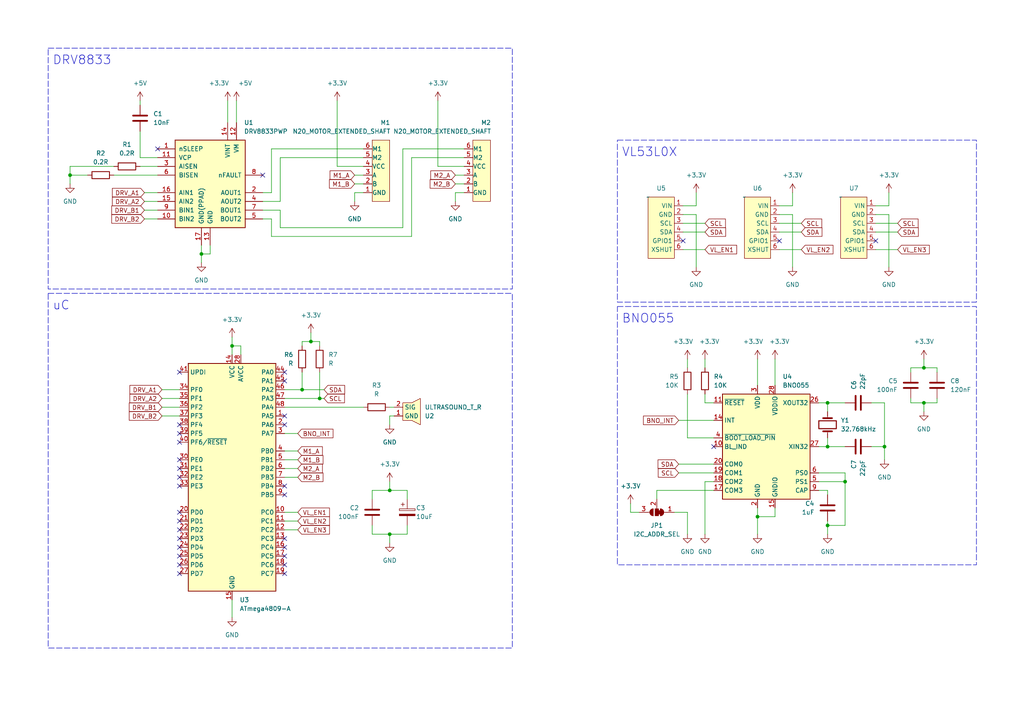
<source format=kicad_sch>
(kicad_sch (version 20230121) (generator eeschema)
  (paper "A4")
  (lib_symbols
    (symbol "Device:C" (pin_numbers hide) (pin_names (offset 0.254))
      (property "Reference" "C" (at 0.635 2.54 0))
      (property "Value" "C" (at 0.635 -2.54 0))
      (symbol "C_0_1"
        (polyline (pts (xy -2.032 -0.762) (xy 2.032 -0.762)) (stroke (width 0.508)))
        (polyline (pts (xy -2.032 0.762) (xy 2.032 0.762)) (stroke (width 0.508)))
      )
      (symbol "C_1_1"
        (pin passive line (at 0 3.81 270) (length 2.794) (name "~") (number "1"))
        (pin passive line (at 0 -3.81 90) (length 2.794) (name "~") (number "2"))
      )
    )
    (symbol "Device:C_Polarized" (pin_numbers hide) (pin_names (offset 0.254))
      (property "Reference" "C" (at 0.635 2.54 0))
      (property "Value" "C_Polarized" (at 0.635 -2.54 0))
      (symbol "C_Polarized_0_1"
        (rectangle (start -2.286 0.508) (end 2.286 1.016))
        (polyline (pts (xy -1.778 2.286) (xy -0.762 2.286)))
        (polyline (pts (xy -1.27 2.794) (xy -1.27 1.778)))
        (rectangle (start 2.286 -0.508) (end -2.286 -1.016) (fill (type outline)))
      )
      (symbol "C_Polarized_1_1"
        (pin passive line (at 0 3.81 270) (length 2.794) (name "~") (number "1"))
        (pin passive line (at 0 -3.81 90) (length 2.794) (name "~") (number "2"))
      )
    )
    (symbol "Device:Crystal" (pin_numbers hide) (pin_names (offset 1.016) hide)
      (property "Reference" "Y" (at 0 3.81 0))
      (property "Value" "Crystal" (at 0 -3.81 0))
      (symbol "Crystal_0_1"
        (rectangle (start -1.143 2.54) (end 1.143 -2.54) (stroke (width 0.3048)))
        (polyline (pts (xy -2.54 0) (xy -1.905 0)))
        (polyline (pts (xy -1.905 -1.27) (xy -1.905 1.27)) (stroke (width 0.508)))
        (polyline (pts (xy 1.905 -1.27) (xy 1.905 1.27)) (stroke (width 0.508)))
        (polyline (pts (xy 2.54 0) (xy 1.905 0)))
      )
      (symbol "Crystal_1_1"
        (pin passive line (at -3.81 0 0) (length 1.27) (name "1") (number "1"))
        (pin passive line (at 3.81 0 180) (length 1.27) (name "2") (number "2"))
      )
    )
    (symbol "Device:R" (pin_numbers hide) (pin_names (offset 0))
      (property "Reference" "R" (at 2.032 0 90))
      (property "Value" "R" (at 0 0 90))
      (symbol "R_0_1"
        (rectangle (start -1.016 -2.54) (end 1.016 2.54) (stroke (width 0.254)))
      )
      (symbol "R_1_1"
        (pin passive line (at 0 3.81 270) (length 1.27) (name "~") (number "1"))
        (pin passive line (at 0 -3.81 90) (length 1.27) (name "~") (number "2"))
      )
    )
    (symbol "Driver_Motor:DRV8833PWP" (pin_names (offset 1.016))
      (property "Reference" "U" (at -3.81 16.51 0))
      (property "Value" "DRV8833PWP" (at -3.81 13.97 0))
      (symbol "DRV8833PWP_0_1"
        (rectangle (start -10.16 12.7) (end 10.16 -12.7) (stroke (width 0.254)) (fill (type background)))
      )
      (symbol "DRV8833PWP_1_1"
        (pin input line (at -15.24 10.16 0) (length 5.08) (name "nSLEEP") (number "1"))
        (pin input line (at -15.24 -10.16 0) (length 5.08) (name "BIN2") (number "10"))
        (pin bidirectional line (at -15.24 7.62 0) (length 5.08) (name "VCP") (number "11"))
        (pin power_in line (at 7.62 17.78 270) (length 5.08) (name "VM") (number "12"))
        (pin power_in line (at 0 -17.78 90) (length 5.08) (name "GND") (number "13"))
        (pin power_in line (at 5.08 17.78 270) (length 5.08) (name "VINT") (number "14"))
        (pin input line (at -15.24 -5.08 0) (length 5.08) (name "AIN2") (number "15"))
        (pin input line (at -15.24 -2.54 0) (length 5.08) (name "AIN1") (number "16"))
        (pin power_in line (at -2.54 -17.78 90) (length 5.08) (name "GND(PPAD)") (number "17"))
        (pin power_out line (at 15.24 -2.54 180) (length 5.08) (name "AOUT1") (number "2"))
        (pin bidirectional line (at -15.24 5.08 0) (length 5.08) (name "AISEN") (number "3"))
        (pin power_out line (at 15.24 -5.08 180) (length 5.08) (name "AOUT2") (number "4"))
        (pin power_out line (at 15.24 -10.16 180) (length 5.08) (name "BOUT2") (number "5"))
        (pin bidirectional line (at -15.24 2.54 0) (length 5.08) (name "BISEN") (number "6"))
        (pin power_out line (at 15.24 -7.62 180) (length 5.08) (name "BOUT1") (number "7"))
        (pin open_collector line (at 15.24 2.54 180) (length 5.08) (name "nFAULT") (number "8"))
        (pin input line (at -15.24 -7.62 0) (length 5.08) (name "BIN1") (number "9"))
      )
    )
    (symbol "Jumper:SolderJumper_3_Bridged12" (pin_names (offset 0) hide)
      (property "Reference" "JP" (at -2.54 -2.54 0))
      (property "Value" "SolderJumper_3_Bridged12" (at 0 2.794 0))
      (symbol "SolderJumper_3_Bridged12_0_1"
        (rectangle (start -1.016 0.508) (end -0.508 -0.508) (fill (type outline)))
        (arc (start -1.016 1.016) (mid -2.0276 0) (end -1.016 -1.016))
        (arc (start -1.016 1.016) (mid -2.0276 0) (end -1.016 -1.016) (fill (type outline)))
        (rectangle (start -0.508 1.016) (end 0.508 -1.016) (fill (type outline)))
        (polyline (pts (xy -2.54 0) (xy -2.032 0)))
        (polyline (pts (xy -1.016 1.016) (xy -1.016 -1.016)))
        (polyline (pts (xy 0 -1.27) (xy 0 -1.016)))
        (polyline (pts (xy 1.016 1.016) (xy 1.016 -1.016)))
        (polyline (pts (xy 2.54 0) (xy 2.032 0)))
        (arc (start 1.016 -1.016) (mid 2.0276 0) (end 1.016 1.016))
        (arc (start 1.016 -1.016) (mid 2.0276 0) (end 1.016 1.016) (fill (type outline)))
      )
      (symbol "SolderJumper_3_Bridged12_1_1"
        (pin passive line (at -5.08 0 0) (length 2.54) (name "A") (number "1"))
        (pin passive line (at 0 -3.81 90) (length 2.54) (name "C") (number "2"))
        (pin passive line (at 5.08 0 180) (length 2.54) (name "B") (number "3"))
      )
    )
    (symbol "MCU_Microchip_ATmega:ATmega4809-A"
      (property "Reference" "U" (at -12.7 34.29 0))
      (property "Value" "ATmega4809-A" (at 2.54 -34.29 0))
      (symbol "ATmega4809-A_0_1"
        (rectangle (start -12.7 -33.02) (end 12.7 33.02) (stroke (width 0.254)) (fill (type background)))
      )
      (symbol "ATmega4809-A_1_1"
        (pin bidirectional line (at 15.24 17.78 180) (length 2.54) (name "PA5") (number "1"))
        (pin bidirectional line (at 15.24 -10.16 180) (length 2.54) (name "PC0") (number "10"))
        (pin bidirectional line (at 15.24 -12.7 180) (length 2.54) (name "PC1") (number "11"))
        (pin bidirectional line (at 15.24 -15.24 180) (length 2.54) (name "PC2") (number "12"))
        (pin bidirectional line (at 15.24 -17.78 180) (length 2.54) (name "PC3") (number "13"))
        (pin power_in line (at 0 35.56 270) (length 2.54) (name "VCC") (number "14"))
        (pin power_in line (at 0 -35.56 90) (length 2.54) (name "GND") (number "15"))
        (pin bidirectional line (at 15.24 -20.32 180) (length 2.54) (name "PC4") (number "16"))
        (pin bidirectional line (at 15.24 -22.86 180) (length 2.54) (name "PC5") (number "17"))
        (pin bidirectional line (at 15.24 -25.4 180) (length 2.54) (name "PC6") (number "18"))
        (pin bidirectional line (at 15.24 -27.94 180) (length 2.54) (name "PC7") (number "19"))
        (pin bidirectional line (at 15.24 15.24 180) (length 2.54) (name "PA6") (number "2"))
        (pin bidirectional line (at -15.24 -10.16 0) (length 2.54) (name "PD0") (number "20"))
        (pin bidirectional line (at -15.24 -12.7 0) (length 2.54) (name "PD1") (number "21"))
        (pin bidirectional line (at -15.24 -15.24 0) (length 2.54) (name "PD2") (number "22"))
        (pin bidirectional line (at -15.24 -17.78 0) (length 2.54) (name "PD3") (number "23"))
        (pin bidirectional line (at -15.24 -20.32 0) (length 2.54) (name "PD4") (number "24"))
        (pin bidirectional line (at -15.24 -22.86 0) (length 2.54) (name "PD5") (number "25"))
        (pin bidirectional line (at -15.24 -25.4 0) (length 2.54) (name "PD6") (number "26"))
        (pin bidirectional line (at -15.24 -27.94 0) (length 2.54) (name "PD7") (number "27"))
        (pin power_in line (at 2.54 35.56 270) (length 2.54) (name "AVCC") (number "28"))
        (pin passive line (at 0 -35.56 90) (length 2.54) hide (name "GND") (number "29"))
        (pin bidirectional line (at 15.24 12.7 180) (length 2.54) (name "PA7") (number "3"))
        (pin bidirectional line (at -15.24 5.08 0) (length 2.54) (name "PE0") (number "30"))
        (pin bidirectional line (at -15.24 2.54 0) (length 2.54) (name "PE1") (number "31"))
        (pin bidirectional line (at -15.24 0 0) (length 2.54) (name "PE2") (number "32"))
        (pin bidirectional line (at -15.24 -2.54 0) (length 2.54) (name "PE3") (number "33"))
        (pin bidirectional line (at -15.24 25.4 0) (length 2.54) (name "PF0") (number "34"))
        (pin bidirectional line (at -15.24 22.86 0) (length 2.54) (name "PF1") (number "35"))
        (pin bidirectional line (at -15.24 20.32 0) (length 2.54) (name "PF2") (number "36"))
        (pin bidirectional line (at -15.24 17.78 0) (length 2.54) (name "PF3") (number "37"))
        (pin bidirectional line (at -15.24 15.24 0) (length 2.54) (name "PF4") (number "38"))
        (pin bidirectional line (at -15.24 12.7 0) (length 2.54) (name "PF5") (number "39"))
        (pin bidirectional line (at 15.24 7.62 180) (length 2.54) (name "PB0") (number "4"))
        (pin bidirectional line (at -15.24 10.16 0) (length 2.54) (name "PF6/~{RESET}") (number "40"))
        (pin bidirectional line (at -15.24 30.48 0) (length 2.54) (name "UPDI") (number "41"))
        (pin passive line (at 0 35.56 270) (length 2.54) hide (name "VCC") (number "42"))
        (pin passive line (at 0 -35.56 90) (length 2.54) hide (name "GND") (number "43"))
        (pin bidirectional line (at 15.24 30.48 180) (length 2.54) (name "PA0") (number "44"))
        (pin bidirectional line (at 15.24 27.94 180) (length 2.54) (name "PA1") (number "45"))
        (pin bidirectional line (at 15.24 25.4 180) (length 2.54) (name "PA2") (number "46"))
        (pin bidirectional line (at 15.24 22.86 180) (length 2.54) (name "PA3") (number "47"))
        (pin bidirectional line (at 15.24 20.32 180) (length 2.54) (name "PA4") (number "48"))
        (pin bidirectional line (at 15.24 5.08 180) (length 2.54) (name "PB1") (number "5"))
        (pin bidirectional line (at 15.24 2.54 180) (length 2.54) (name "PB2") (number "6"))
        (pin bidirectional line (at 15.24 0 180) (length 2.54) (name "PB3") (number "7"))
        (pin bidirectional line (at 15.24 -2.54 180) (length 2.54) (name "PB4") (number "8"))
        (pin bidirectional line (at 15.24 -5.08 180) (length 2.54) (name "PB5") (number "9"))
      )
    )
    (symbol "Sensor_Motion:BNO055"
      (property "Reference" "U" (at -11.43 16.51 0))
      (property "Value" "BNO055" (at 12.7 16.51 0))
      (symbol "BNO055_0_1"
        (rectangle (start -12.7 15.24) (end 12.7 -15.24) (stroke (width 0.254)) (fill (type background)))
      )
      (symbol "BNO055_1_1"
        (pin no_connect line (at -12.7 10.16 0) (length 2.54) hide (name "PIN1") (number "1"))
        (pin output line (at -15.24 0 0) (length 2.54) (name "BL_IND") (number "10"))
        (pin input line (at -15.24 12.7 0) (length 2.54) (name "~{RESET}") (number "11"))
        (pin no_connect line (at 12.7 10.16 180) (length 2.54) hide (name "PIN12") (number "12"))
        (pin no_connect line (at 12.7 7.62 180) (length 2.54) hide (name "PIN13") (number "13"))
        (pin output line (at -15.24 7.62 0) (length 2.54) (name "INT") (number "14"))
        (pin power_in line (at 2.54 -17.78 90) (length 2.54) (name "GNDIO") (number "15"))
        (pin passive line (at 2.54 -17.78 90) (length 2.54) hide (name "GNDIO") (number "16"))
        (pin input line (at -15.24 -12.7 0) (length 2.54) (name "COM3") (number "17"))
        (pin passive line (at -15.24 -10.16 0) (length 2.54) (name "COM2") (number "18"))
        (pin bidirectional line (at -15.24 -7.62 0) (length 2.54) (name "COM1") (number "19"))
        (pin power_in line (at -2.54 -17.78 90) (length 2.54) (name "GND") (number "2"))
        (pin bidirectional line (at -15.24 -5.08 0) (length 2.54) (name "COM0") (number "20"))
        (pin no_connect line (at 12.7 5.08 180) (length 2.54) hide (name "PIN21") (number "21"))
        (pin no_connect line (at 12.7 2.54 180) (length 2.54) hide (name "PIN22") (number "22"))
        (pin no_connect line (at 12.7 -2.54 180) (length 2.54) hide (name "PIN23") (number "23"))
        (pin no_connect line (at 12.7 -5.08 180) (length 2.54) hide (name "PIN24") (number "24"))
        (pin passive line (at 2.54 -17.78 90) (length 2.54) hide (name "GNDIO") (number "25"))
        (pin output line (at 15.24 12.7 180) (length 2.54) (name "XOUT32") (number "26"))
        (pin input line (at 15.24 0 180) (length 2.54) (name "XIN32") (number "27"))
        (pin power_in line (at 2.54 17.78 270) (length 2.54) (name "VDDIO") (number "28"))
        (pin power_in line (at -2.54 17.78 270) (length 2.54) (name "VDD") (number "3"))
        (pin input line (at -15.24 2.54 0) (length 2.54) (name "~{BOOT_LOAD_PIN}") (number "4"))
        (pin input line (at 15.24 -10.16 180) (length 2.54) (name "PS1") (number "5"))
        (pin input line (at 15.24 -7.62 180) (length 2.54) (name "PS0") (number "6"))
        (pin no_connect line (at -12.7 5.08 0) (length 2.54) hide (name "PIN7") (number "7"))
        (pin no_connect line (at -12.7 -2.54 0) (length 2.54) hide (name "PIN8") (number "8"))
        (pin passive line (at 15.24 -12.7 180) (length 2.54) (name "CAP") (number "9"))
      )
    )
    (symbol "pololu:N20_MOTOR_EXTENDED_SHAFT" (pin_names (offset 0.002))
      (property "Reference" "M" (at 2.54 -19.05 0))
      (property "Value" "N20_MOTOR_EXTENDED_SHAFT" (at 13.97 1.27 0))
      (symbol "N20_MOTOR_EXTENDED_SHAFT_0_1"
        (rectangle (start 0 0) (end 5.08 -17.78) (fill (type background)))
      )
      (symbol "N20_MOTOR_EXTENDED_SHAFT_1_1"
        (pin power_in line (at 7.62 -15.24 180) (length 2.54) (name "GND") (number "1"))
        (pin output line (at 7.62 -12.7 180) (length 2.54) (name "B") (number "2"))
        (pin output line (at 7.62 -10.16 180) (length 2.54) (name "A") (number "3"))
        (pin power_in line (at 7.62 -7.62 180) (length 2.54) (name "VCC") (number "4"))
        (pin input line (at 7.62 -5.08 180) (length 2.54) (name "M2") (number "5"))
        (pin input line (at 7.62 -2.54 180) (length 2.54) (name "M1") (number "6"))
      )
    )
    (symbol "pololu:ULTRASOUND_T_R"
      (property "Reference" "U" (at 8.89 -3.81 0))
      (property "Value" "ULTRASOUND_T_R" (at 0 1.27 0))
      (symbol "ULTRASOUND_T_R_1_1"
        (polyline (pts (xy 2.54 -1.27) (xy 2.54 -6.35) (xy 5.08 -6.35) (xy 7.62 -7.62) (xy 7.62 0) (xy 5.08 -1.27) (xy 2.54 -1.27)) (fill (type background)))
        (pin power_in line (at 0 -2.54 0) (length 2.54) (name "GND") (number "1"))
        (pin input line (at 0 -5.08 0) (length 2.54) (name "SIG") (number "2"))
      )
    )
    (symbol "pololu:VL53L0X"
      (property "Reference" "U" (at 1.27 1.27 0))
      (symbol "VL53L0X_1_1"
        (rectangle (start 0 0) (end 7.62 -17.78) (fill (type background)))
        (pin power_in line (at 10.16 -2.54 180) (length 2.54) (name "VIN") (number "1"))
        (pin power_in line (at 10.16 -5.08 180) (length 2.54) (name "GND") (number "2"))
        (pin input line (at 10.16 -7.62 180) (length 2.54) (name "SCL") (number "3"))
        (pin bidirectional line (at 10.16 -10.16 180) (length 2.54) (name "SDA") (number "4"))
        (pin output line (at 10.16 -12.7 180) (length 2.54) (name "GPIO1") (number "5"))
        (pin input line (at 10.16 -15.24 180) (length 2.54) (name "XSHUT") (number "6"))
      )
    )
    (symbol "power:+3.3V" (power) (pin_names (offset 0))
      (property "Value" "+3.3V" (at 0 3.556 0))
      (symbol "+3.3V_0_1"
        (polyline (pts (xy -0.762 1.27) (xy 0 2.54)))
        (polyline (pts (xy 0 0) (xy 0 2.54)))
        (polyline (pts (xy 0 2.54) (xy 0.762 1.27)))
      )
      (symbol "+3.3V_1_1"
        (pin power_in line (at 0 0 90) (length 0) hide (name "+3.3V") (number "1"))
      )
    )
    (symbol "power:+5V" (power) (pin_names (offset 0))
      (property "Value" "+5V" (at 0 3.556 0))
      (symbol "+5V_0_1"
        (polyline (pts (xy -0.762 1.27) (xy 0 2.54)))
        (polyline (pts (xy 0 0) (xy 0 2.54)))
        (polyline (pts (xy 0 2.54) (xy 0.762 1.27)))
      )
      (symbol "+5V_1_1"
        (pin power_in line (at 0 0 90) (length 0) hide (name "+5V") (number "1"))
      )
    )
    (symbol "power:GND" (power) (pin_names (offset 0))
      (property "Value" "GND" (at 0 -3.81 0))
      (symbol "GND_0_1"
        (polyline (pts (xy 0 0) (xy 0 -1.27) (xy 1.27 -1.27) (xy 0 -2.54) (xy -1.27 -1.27) (xy 0 -1.27)))
      )
      (symbol "GND_1_1"
        (pin power_in line (at 0 0 270) (length 0) hide (name "GND") (number "1"))
      )
    )
  )
  (junction (at 267.97 116.84))
  (junction (at 245.11 139.7))
  (junction (at 219.71 149.86))
  (junction (at 90.17 99.06))
  (junction (at 240.03 152.4))
  (junction (at 58.42 73.66))
  (junction (at 113.03 154.94))
  (junction (at 113.03 142.24))
  (junction (at 87.63 113.03))
  (junction (at 92.71 115.57))
  (junction (at 240.03 129.54))
  (junction (at 67.31 100.33))
  (junction (at 267.97 106.68))
  (junction (at 20.32 50.8))
  (junction (at 240.03 116.84))
  (junction (at 256.54 129.54))
  (no_connect (at 226.06 69.85))
  (no_connect (at 82.55 140.97))
  (no_connect (at 52.07 128.27))
  (no_connect (at 52.07 135.89))
  (no_connect (at 76.2 50.8))
  (no_connect (at 52.07 125.73))
  (no_connect (at 52.07 153.67))
  (no_connect (at 52.07 163.83))
  (no_connect (at 52.07 151.13))
  (no_connect (at 207.01 129.54))
  (no_connect (at 52.07 161.29))
  (no_connect (at 198.12 69.85))
  (no_connect (at 82.55 156.21))
  (no_connect (at 52.07 138.43))
  (no_connect (at 82.55 143.51))
  (no_connect (at 52.07 158.75))
  (no_connect (at 52.07 107.95))
  (no_connect (at 52.07 148.59))
  (no_connect (at 82.55 161.29))
  (no_connect (at 82.55 120.65))
  (no_connect (at 52.07 123.19))
  (no_connect (at 52.07 133.35))
  (no_connect (at 254 69.85))
  (no_connect (at 82.55 166.37))
  (no_connect (at 82.55 123.19))
  (no_connect (at 45.72 43.18))
  (no_connect (at 52.07 166.37))
  (no_connect (at 52.07 156.21))
  (no_connect (at 82.55 107.95))
  (no_connect (at 82.55 158.75))
  (no_connect (at 82.55 110.49))
  (no_connect (at 52.07 140.97))
  (no_connect (at 82.55 163.83))
  (wire (pts (xy 254 64.77) (xy 260.35 64.77)))
  (wire (pts (xy 82.55 153.67) (xy 86.36 153.67)))
  (wire (pts (xy 76.2 63.5) (xy 78.74 63.5)))
  (wire (pts (xy 60.96 71.12) (xy 60.96 73.66)))
  (wire (pts (xy 207.01 142.24) (xy 190.5 142.24)))
  (wire (pts (xy 245.11 137.16) (xy 245.11 139.7)))
  (wire (pts (xy 264.16 106.68) (xy 264.16 107.95)))
  (wire (pts (xy 267.97 106.68) (xy 264.16 106.68)))
  (wire (pts (xy 198.12 67.31) (xy 204.47 67.31)))
  (wire (pts (xy 105.41 55.88) (xy 102.87 55.88)))
  (wire (pts (xy 132.08 58.42) (xy 132.08 55.88)))
  (wire (pts (xy 264.16 116.84) (xy 264.16 115.57)))
  (wire (pts (xy 92.71 115.57) (xy 93.98 115.57)))
  (wire (pts (xy 33.02 48.26) (xy 20.32 48.26)))
  (wire (pts (xy 81.28 58.42) (xy 81.28 45.72)))
  (wire (pts (xy 199.39 127) (xy 199.39 114.3)))
  (wire (pts (xy 82.55 125.73) (xy 86.36 125.73)))
  (wire (pts (xy 118.11 152.4) (xy 118.11 154.94)))
  (wire (pts (xy 134.62 48.26) (xy 127 48.26)))
  (wire (pts (xy 219.71 149.86) (xy 219.71 154.94)))
  (wire (pts (xy 67.31 100.33) (xy 69.85 100.33)))
  (wire (pts (xy 116.84 66.04) (xy 116.84 43.18)))
  (wire (pts (xy 113.03 120.65) (xy 114.3 120.65)))
  (wire (pts (xy 92.71 107.95) (xy 92.71 115.57)))
  (wire (pts (xy 190.5 142.24) (xy 190.5 144.78)))
  (wire (pts (xy 46.99 115.57) (xy 52.07 115.57)))
  (wire (pts (xy 201.93 59.69) (xy 201.93 55.88)))
  (wire (pts (xy 224.79 104.14) (xy 224.79 111.76)))
  (wire (pts (xy 134.62 55.88) (xy 132.08 55.88)))
  (wire (pts (xy 267.97 116.84) (xy 267.97 119.38)))
  (wire (pts (xy 119.38 45.72) (xy 134.62 45.72)))
  (wire (pts (xy 20.32 50.8) (xy 20.32 53.34)))
  (wire (pts (xy 229.87 62.23) (xy 229.87 77.47)))
  (wire (pts (xy 204.47 104.14) (xy 204.47 106.68)))
  (wire (pts (xy 207.01 127) (xy 199.39 127)))
  (wire (pts (xy 224.79 147.32) (xy 224.79 149.86)))
  (wire (pts (xy 237.49 139.7) (xy 245.11 139.7)))
  (wire (pts (xy 252.73 116.84) (xy 256.54 116.84)))
  (wire (pts (xy 107.95 142.24) (xy 113.03 142.24)))
  (wire (pts (xy 132.08 53.34) (xy 134.62 53.34)))
  (wire (pts (xy 196.85 121.92) (xy 207.01 121.92)))
  (wire (pts (xy 267.97 106.68) (xy 271.78 106.68)))
  (wire (pts (xy 81.28 45.72) (xy 105.41 45.72)))
  (wire (pts (xy 87.63 113.03) (xy 93.98 113.03)))
  (wire (pts (xy 198.12 59.69) (xy 201.93 59.69)))
  (wire (pts (xy 196.85 134.62) (xy 207.01 134.62)))
  (wire (pts (xy 67.31 173.99) (xy 67.31 179.07)))
  (wire (pts (xy 67.31 97.79) (xy 67.31 100.33)))
  (wire (pts (xy 198.12 64.77) (xy 204.47 64.77)))
  (wire (pts (xy 41.91 60.96) (xy 45.72 60.96)))
  (wire (pts (xy 58.42 73.66) (xy 60.96 73.66)))
  (wire (pts (xy 97.79 29.21) (xy 97.79 48.26)))
  (wire (pts (xy 87.63 99.06) (xy 87.63 100.33)))
  (wire (pts (xy 118.11 142.24) (xy 113.03 142.24)))
  (wire (pts (xy 226.06 72.39) (xy 232.41 72.39)))
  (wire (pts (xy 87.63 107.95) (xy 87.63 113.03)))
  (wire (pts (xy 78.74 63.5) (xy 78.74 68.58)))
  (wire (pts (xy 219.71 104.14) (xy 219.71 111.76)))
  (wire (pts (xy 118.11 144.78) (xy 118.11 142.24)))
  (wire (pts (xy 199.39 148.59) (xy 199.39 154.94)))
  (wire (pts (xy 81.28 58.42) (xy 76.2 58.42)))
  (wire (pts (xy 58.42 73.66) (xy 58.42 76.2)))
  (wire (pts (xy 240.03 152.4) (xy 240.03 154.94)))
  (wire (pts (xy 256.54 129.54) (xy 252.73 129.54)))
  (wire (pts (xy 66.04 29.21) (xy 66.04 35.56)))
  (wire (pts (xy 33.02 50.8) (xy 45.72 50.8)))
  (wire (pts (xy 207.01 139.7) (xy 204.47 139.7)))
  (wire (pts (xy 204.47 139.7) (xy 204.47 154.94)))
  (wire (pts (xy 267.97 116.84) (xy 264.16 116.84)))
  (wire (pts (xy 102.87 58.42) (xy 102.87 55.88)))
  (wire (pts (xy 271.78 107.95) (xy 271.78 106.68)))
  (wire (pts (xy 113.03 123.19) (xy 113.03 120.65)))
  (wire (pts (xy 82.55 138.43) (xy 86.36 138.43)))
  (wire (pts (xy 82.55 133.35) (xy 86.36 133.35)))
  (wire (pts (xy 92.71 100.33) (xy 92.71 99.06)))
  (wire (pts (xy 113.03 154.94) (xy 113.03 157.48)))
  (wire (pts (xy 78.74 68.58) (xy 119.38 68.58)))
  (wire (pts (xy 107.95 152.4) (xy 107.95 154.94)))
  (wire (pts (xy 257.81 62.23) (xy 257.81 77.47)))
  (wire (pts (xy 240.03 116.84) (xy 240.03 119.38)))
  (wire (pts (xy 68.58 29.21) (xy 68.58 35.56)))
  (wire (pts (xy 254 72.39) (xy 260.35 72.39)))
  (wire (pts (xy 245.11 152.4) (xy 240.03 152.4)))
  (wire (pts (xy 41.91 55.88) (xy 45.72 55.88)))
  (wire (pts (xy 40.64 45.72) (xy 45.72 45.72)))
  (wire (pts (xy 199.39 104.14) (xy 199.39 106.68)))
  (wire (pts (xy 226.06 62.23) (xy 229.87 62.23)))
  (wire (pts (xy 20.32 48.26) (xy 20.32 50.8)))
  (wire (pts (xy 82.55 130.81) (xy 86.36 130.81)))
  (wire (pts (xy 81.28 60.96) (xy 81.28 66.04)))
  (wire (pts (xy 102.87 50.8) (xy 105.41 50.8)))
  (wire (pts (xy 196.85 137.16) (xy 207.01 137.16)))
  (wire (pts (xy 237.49 142.24) (xy 240.03 142.24)))
  (wire (pts (xy 240.03 116.84) (xy 245.11 116.84)))
  (wire (pts (xy 107.95 154.94) (xy 113.03 154.94)))
  (wire (pts (xy 41.91 58.42) (xy 45.72 58.42)))
  (wire (pts (xy 240.03 129.54) (xy 245.11 129.54)))
  (wire (pts (xy 240.03 151.13) (xy 240.03 152.4)))
  (wire (pts (xy 102.87 53.34) (xy 105.41 53.34)))
  (wire (pts (xy 195.58 148.59) (xy 199.39 148.59)))
  (wire (pts (xy 90.17 99.06) (xy 92.71 99.06)))
  (wire (pts (xy 257.81 59.69) (xy 257.81 55.88)))
  (wire (pts (xy 90.17 99.06) (xy 87.63 99.06)))
  (wire (pts (xy 182.88 148.59) (xy 182.88 146.05)))
  (wire (pts (xy 41.91 63.5) (xy 45.72 63.5)))
  (wire (pts (xy 107.95 144.78) (xy 107.95 142.24)))
  (wire (pts (xy 198.12 62.23) (xy 201.93 62.23)))
  (wire (pts (xy 237.49 129.54) (xy 240.03 129.54)))
  (wire (pts (xy 78.74 43.18) (xy 78.74 55.88)))
  (wire (pts (xy 267.97 104.14) (xy 267.97 106.68)))
  (wire (pts (xy 219.71 147.32) (xy 219.71 149.86)))
  (wire (pts (xy 182.88 148.59) (xy 185.42 148.59)))
  (wire (pts (xy 256.54 116.84) (xy 256.54 129.54)))
  (wire (pts (xy 254 62.23) (xy 257.81 62.23)))
  (wire (pts (xy 82.55 148.59) (xy 86.36 148.59)))
  (wire (pts (xy 254 59.69) (xy 257.81 59.69)))
  (wire (pts (xy 40.64 38.1) (xy 40.64 45.72)))
  (wire (pts (xy 226.06 59.69) (xy 229.87 59.69)))
  (wire (pts (xy 76.2 60.96) (xy 81.28 60.96)))
  (wire (pts (xy 198.12 72.39) (xy 204.47 72.39)))
  (wire (pts (xy 105.41 48.26) (xy 97.79 48.26)))
  (wire (pts (xy 201.93 62.23) (xy 201.93 77.47)))
  (wire (pts (xy 67.31 100.33) (xy 67.31 102.87)))
  (wire (pts (xy 204.47 114.3) (xy 204.47 116.84)))
  (wire (pts (xy 20.32 50.8) (xy 25.4 50.8)))
  (wire (pts (xy 240.03 142.24) (xy 240.03 143.51)))
  (wire (pts (xy 267.97 116.84) (xy 271.78 116.84)))
  (wire (pts (xy 46.99 118.11) (xy 52.07 118.11)))
  (wire (pts (xy 224.79 149.86) (xy 219.71 149.86)))
  (wire (pts (xy 82.55 115.57) (xy 92.71 115.57)))
  (wire (pts (xy 237.49 137.16) (xy 245.11 137.16)))
  (wire (pts (xy 254 67.31) (xy 260.35 67.31)))
  (wire (pts (xy 81.28 66.04) (xy 116.84 66.04)))
  (wire (pts (xy 204.47 116.84) (xy 207.01 116.84)))
  (wire (pts (xy 226.06 64.77) (xy 232.41 64.77)))
  (wire (pts (xy 40.64 48.26) (xy 45.72 48.26)))
  (wire (pts (xy 40.64 29.21) (xy 40.64 30.48)))
  (wire (pts (xy 118.11 154.94) (xy 113.03 154.94)))
  (wire (pts (xy 82.55 113.03) (xy 87.63 113.03)))
  (wire (pts (xy 229.87 59.69) (xy 229.87 55.88)))
  (wire (pts (xy 132.08 50.8) (xy 134.62 50.8)))
  (wire (pts (xy 90.17 96.52) (xy 90.17 99.06)))
  (wire (pts (xy 256.54 129.54) (xy 256.54 133.35)))
  (wire (pts (xy 116.84 43.18) (xy 134.62 43.18)))
  (wire (pts (xy 46.99 120.65) (xy 52.07 120.65)))
  (wire (pts (xy 46.99 113.03) (xy 52.07 113.03)))
  (wire (pts (xy 78.74 55.88) (xy 76.2 55.88)))
  (wire (pts (xy 58.42 71.12) (xy 58.42 73.66)))
  (wire (pts (xy 237.49 116.84) (xy 240.03 116.84)))
  (wire (pts (xy 245.11 139.7) (xy 245.11 152.4)))
  (wire (pts (xy 78.74 43.18) (xy 105.41 43.18)))
  (wire (pts (xy 113.03 118.11) (xy 114.3 118.11)))
  (wire (pts (xy 69.85 102.87) (xy 69.85 100.33)))
  (wire (pts (xy 226.06 67.31) (xy 232.41 67.31)))
  (wire (pts (xy 82.55 135.89) (xy 86.36 135.89)))
  (wire (pts (xy 82.55 151.13) (xy 86.36 151.13)))
  (wire (pts (xy 271.78 115.57) (xy 271.78 116.84)))
  (wire (pts (xy 119.38 68.58) (xy 119.38 45.72)))
  (wire (pts (xy 240.03 129.54) (xy 240.03 127)))
  (wire (pts (xy 127 29.21) (xy 127 48.26)))
  (wire (pts (xy 113.03 142.24) (xy 113.03 139.7)))
  (wire (pts (xy 82.55 118.11) (xy 105.41 118.11)))
  (rectangle (start 13.97 85.09) (end 148.59 187.96) (stroke (width 0) (type dash)))
  (rectangle (start 179.07 88.9) (end 283.21 163.83) (stroke (width 0) (type dash)))
  (rectangle (start 13.97 13.97) (end 148.59 83.82) (stroke (width 0) (type dash)))
  (rectangle (start 179.07 40.64) (end 283.21 87.63) (stroke (width 0) (type dash)))
  (text "DRV8833" (at 15.24 19.05 0) (effects (font (size 2.54 2.54)) (justify left bottom)))
  (text "VL53L0X" (at 180.34 45.72 0) (effects (font (size 2.54 2.54)) (justify left bottom)))
  (text "BNO055" (at 180.34 93.98 0) (effects (font (size 2.54 2.54)) (justify left bottom)))
  (text "uC" (at 15.24 90.17 0) (effects (font (size 2.54 2.54)) (justify left bottom)))
  (global_label "DRV_A2" (shape input) (at 46.99 115.57 180) (property "Intersheetrefs" "${INTERSHEET_REFS}" (effects hide)))
  (global_label "DRV_B1" (shape input) (at 41.91 60.96 180) (property "Intersheetrefs" "${INTERSHEET_REFS}" (effects hide)))
  (global_label "DRV_B2" (shape input) (at 46.99 120.65 180) (property "Intersheetrefs" "${INTERSHEET_REFS}" (effects hide)))
  (global_label "VL_EN3" (shape input) (at 86.36 153.67 0) (property "Intersheetrefs" "${INTERSHEET_REFS}" (effects hide)))
  (global_label "M1_B" (shape input) (at 102.87 53.34 180) (property "Intersheetrefs" "${INTERSHEET_REFS}" (effects hide)))
  (global_label "SCL" (shape input) (at 196.85 137.16 180) (property "Intersheetrefs" "${INTERSHEET_REFS}" (effects hide)))
  (global_label "VL_EN2" (shape input) (at 86.36 151.13 0) (property "Intersheetrefs" "${INTERSHEET_REFS}" (effects hide)))
  (global_label "M2_A" (shape input) (at 86.36 135.89 0) (property "Intersheetrefs" "${INTERSHEET_REFS}" (effects hide)))
  (global_label "M2_B" (shape input) (at 86.36 138.43 0) (property "Intersheetrefs" "${INTERSHEET_REFS}" (effects hide)))
  (global_label "SCL" (shape input) (at 93.98 115.57 0) (property "Intersheetrefs" "${INTERSHEET_REFS}" (effects hide)))
  (global_label "M2_B" (shape input) (at 132.08 53.34 180) (property "Intersheetrefs" "${INTERSHEET_REFS}" (effects hide)))
  (global_label "VL_EN3" (shape input) (at 260.35 72.39 0) (property "Intersheetrefs" "${INTERSHEET_REFS}" (effects hide)))
  (global_label "VL_EN1" (shape input) (at 86.36 148.59 0) (property "Intersheetrefs" "${INTERSHEET_REFS}" (effects hide)))
  (global_label "SDA" (shape input) (at 204.47 67.31 0) (property "Intersheetrefs" "${INTERSHEET_REFS}" (effects hide)))
  (global_label "SDA" (shape input) (at 93.98 113.03 0) (property "Intersheetrefs" "${INTERSHEET_REFS}" (effects hide)))
  (global_label "M1_B" (shape input) (at 86.36 133.35 0) (property "Intersheetrefs" "${INTERSHEET_REFS}" (effects hide)))
  (global_label "SCL" (shape input) (at 260.35 64.77 0) (property "Intersheetrefs" "${INTERSHEET_REFS}" (effects hide)))
  (global_label "BNO_INT" (shape input) (at 196.85 121.92 180) (property "Intersheetrefs" "${INTERSHEET_REFS}" (effects hide)))
  (global_label "VL_EN2" (shape input) (at 232.41 72.39 0) (property "Intersheetrefs" "${INTERSHEET_REFS}" (effects hide)))
  (global_label "M1_A" (shape input) (at 102.87 50.8 180) (property "Intersheetrefs" "${INTERSHEET_REFS}" (effects hide)))
  (global_label "DRV_B1" (shape input) (at 46.99 118.11 180) (property "Intersheetrefs" "${INTERSHEET_REFS}" (effects hide)))
  (global_label "DRV_A1" (shape input) (at 41.91 55.88 180) (property "Intersheetrefs" "${INTERSHEET_REFS}" (effects hide)))
  (global_label "M2_A" (shape input) (at 132.08 50.8 180) (property "Intersheetrefs" "${INTERSHEET_REFS}" (effects hide)))
  (global_label "DRV_A2" (shape input) (at 41.91 58.42 180) (property "Intersheetrefs" "${INTERSHEET_REFS}" (effects hide)))
  (global_label "SCL" (shape input) (at 204.47 64.77 0) (property "Intersheetrefs" "${INTERSHEET_REFS}" (effects hide)))
  (global_label "SDA" (shape input) (at 232.41 67.31 0) (property "Intersheetrefs" "${INTERSHEET_REFS}" (effects hide)))
  (global_label "VL_EN1" (shape input) (at 204.47 72.39 0) (property "Intersheetrefs" "${INTERSHEET_REFS}" (effects hide)))
  (global_label "SDA" (shape input) (at 196.85 134.62 180) (property "Intersheetrefs" "${INTERSHEET_REFS}" (effects hide)))
  (global_label "SDA" (shape input) (at 260.35 67.31 0) (property "Intersheetrefs" "${INTERSHEET_REFS}" (effects hide)))
  (global_label "SCL" (shape input) (at 232.41 64.77 0) (property "Intersheetrefs" "${INTERSHEET_REFS}" (effects hide)))
  (global_label "M1_A" (shape input) (at 86.36 130.81 0) (property "Intersheetrefs" "${INTERSHEET_REFS}" (effects hide)))
  (global_label "DRV_A1" (shape input) (at 46.99 113.03 180) (property "Intersheetrefs" "${INTERSHEET_REFS}" (effects hide)))
  (global_label "BNO_INT" (shape input) (at 86.36 125.73 0) (property "Intersheetrefs" "${INTERSHEET_REFS}" (effects hide)))
  (global_label "DRV_B2" (shape input) (at 41.91 63.5 180) (property "Intersheetrefs" "${INTERSHEET_REFS}" (effects hide)))
  (symbol (lib_id "power:+3.3V") (at 113.03 139.7 0) (unit 1)
    (property "Reference" "#PWR023" (effects hide))
    (property "Value" "+3.3V" (at 113.03 134.62 0))
  )
  (symbol (lib_id "power:+3.3V") (at 199.39 104.14 0) (unit 1)
    (property "Reference" "#PWR013" (effects hide))
    (property "Value" "+3.3V" (at 198.12 99.06 0))
  )
  (symbol (lib_id "Device:C") (at 248.92 129.54 90) (mirror x) (unit 1)
    (property "Reference" "C7" (at 247.65 133.35 0) (effects (justify left)))
    (property "Value" "22pF" (at 250.19 133.35 0) (effects (justify left)))
    (property "Footprint" "Capacitor_SMD:C_0805_2012Metric" (effects hide))
  )
  (symbol (lib_id "power:GND") (at 67.31 179.07 0) (mirror y) (unit 1)
    (property "Reference" "#PWR07" (effects hide))
    (property "Value" "GND" (at 67.31 184.15 0))
  )
  (symbol (lib_id "power:GND") (at 199.39 154.94 0) (mirror y) (unit 1)
    (property "Reference" "#PWR017" (effects hide))
    (property "Value" "GND" (at 199.39 160.02 0))
  )
  (symbol (lib_id "power:+3.3V") (at 90.17 96.52 0) (unit 1)
    (property "Reference" "#PWR010" (effects hide))
    (property "Value" "+3.3V" (at 90.17 91.44 0))
  )
  (symbol (lib_id "Device:C") (at 271.78 111.76 0) (unit 1)
    (property "Reference" "C8" (at 275.59 110.49 0) (effects (justify left)))
    (property "Value" "120nF" (at 275.59 113.03 0) (effects (justify left)))
    (property "Footprint" "Capacitor_SMD:C_0805_2012Metric" (effects hide))
  )
  (symbol (lib_id "power:+3.3V") (at 229.87 55.88 0) (unit 1)
    (property "Reference" "#PWR026" (effects hide))
    (property "Value" "+3.3V" (at 229.87 50.8 0))
  )
  (symbol (lib_id "Device:R") (at 204.47 110.49 180) (unit 1)
    (property "Reference" "R4" (at 207.01 109.22 0) (effects (justify right)))
    (property "Value" "10K" (at 207.01 111.76 0) (effects (justify right)))
    (property "Footprint" "Resistor_SMD:R_0805_2012Metric" (effects hide))
  )
  (symbol (lib_id "Driver_Motor:DRV8833PWP") (at 60.96 53.34 0) (unit 1)
    (property "Reference" "U1" (at 70.7741 35.56 0) (effects (justify left)))
    (property "Value" "DRV8833PWP" (at 70.7741 38.1 0) (effects (justify left)))
    (property "Footprint" "Package_SO:HTSSOP-16-1EP_4.4x5mm_P0.65mm_EP3.4x5mm_Mask2.46x2.31mm_ThermalVias" (effects hide))
    (property "Datasheet" "http://www.ti.com/lit/ds/symlink/drv8833.pdf" (effects hide))
  )
  (symbol (lib_id "power:GND") (at 256.54 133.35 0) (mirror y) (unit 1)
    (property "Reference" "#PWR022" (effects hide))
    (property "Value" "GND" (at 256.54 138.43 0))
  )
  (symbol (lib_id "power:+3.3V") (at 127 29.21 0) (unit 1)
    (property "Reference" "#PWR02" (effects hide))
    (property "Value" "+3.3V" (at 127 24.13 0))
  )
  (symbol (lib_id "power:GND") (at 132.08 58.42 0) (mirror y) (unit 1)
    (property "Reference" "#PWR01" (effects hide))
    (property "Value" "GND" (at 132.08 63.5 0))
  )
  (symbol (lib_id "power:+3.3V") (at 224.79 104.14 0) (unit 1)
    (property "Reference" "#PWR018" (effects hide))
    (property "Value" "+3.3V" (at 226.06 99.06 0))
  )
  (symbol (lib_id "power:GND") (at 20.32 53.34 0) (mirror y) (unit 1)
    (property "Reference" "#PWR06" (effects hide))
    (property "Value" "GND" (at 20.32 58.42 0))
  )
  (symbol (lib_id "power:GND") (at 257.81 77.47 0) (mirror y) (unit 1)
    (property "Reference" "#PWR030" (effects hide))
    (property "Value" "GND" (at 257.81 82.55 0))
  )
  (symbol (lib_id "power:GND") (at 201.93 77.47 0) (mirror y) (unit 1)
    (property "Reference" "#PWR028" (effects hide))
    (property "Value" "GND" (at 201.93 82.55 0))
  )
  (symbol (lib_id "Device:C") (at 240.03 147.32 0) (mirror y) (unit 1)
    (property "Reference" "C4" (at 236.22 146.05 0) (effects (justify left)))
    (property "Value" "1uF" (at 236.22 148.59 0) (effects (justify left)))
    (property "Footprint" "Capacitor_SMD:C_0805_2012Metric" (effects hide))
  )
  (symbol (lib_id "Device:R") (at 36.83 48.26 90) (unit 1)
    (property "Reference" "R1" (at 36.83 41.91 90))
    (property "Value" "0.2R" (at 36.83 44.45 90))
    (property "Footprint" "Resistor_SMD:R_0805_2012Metric" (effects hide))
  )
  (symbol (lib_id "power:+5V") (at 40.64 29.21 0) (unit 1)
    (property "Reference" "#PWR05" (effects hide))
    (property "Value" "+5V" (at 40.64 24.13 0))
  )
  (symbol (lib_id "Device:Crystal") (at 240.03 123.19 90) (unit 1)
    (property "Reference" "Y1" (at 243.84 121.92 90) (effects (justify right)))
    (property "Value" "32.768kHz" (at 243.84 124.46 90) (effects (justify right)))
    (property "Footprint" "Crystal:Crystal_SMD_MicroCrystal_CM9V-T1A-2Pin_1.6x1.0mm" (effects hide))
  )
  (symbol (lib_id "pololu:ULTRASOUND_T_R") (at 114.3 123.19 0) (mirror x) (unit 1)
    (property "Reference" "U2" (at 123.19 120.65 0) (effects (justify left)))
    (property "Value" "ULTRASOUND_T_R" (at 123.19 118.11 0) (effects (justify left)))
    (property "Footprint" "pololu:ULTRASOUND_T_R" (effects hide))
  )
  (symbol (lib_id "Device:C") (at 40.64 34.29 0) (unit 1)
    (property "Reference" "C1" (at 44.45 33.02 0) (effects (justify left)))
    (property "Value" "10nF" (at 44.45 35.56 0) (effects (justify left)))
    (property "Footprint" "Capacitor_SMD:C_0805_2012Metric" (effects hide))
  )
  (symbol (lib_id "power:+3.3V") (at 97.79 29.21 0) (unit 1)
    (property "Reference" "#PWR032" (effects hide))
    (property "Value" "+3.3V" (at 97.79 24.13 0))
  )
  (symbol (lib_id "power:GND") (at 240.03 154.94 0) (mirror y) (unit 1)
    (property "Reference" "#PWR012" (effects hide))
    (property "Value" "GND" (at 240.03 160.02 0))
  )
  (symbol (lib_id "Device:R") (at 199.39 110.49 0) (mirror x) (unit 1)
    (property "Reference" "R5" (at 196.85 109.22 0) (effects (justify right)))
    (property "Value" "10K" (at 196.85 111.76 0) (effects (justify right)))
    (property "Footprint" "Resistor_SMD:R_0805_2012Metric" (effects hide))
  )
  (symbol (lib_id "power:GND") (at 267.97 119.38 0) (mirror y) (unit 1)
    (property "Reference" "#PWR021" (effects hide))
    (property "Value" "GND" (at 267.97 124.46 0))
  )
  (symbol (lib_id "power:GND") (at 113.03 157.48 0) (mirror y) (unit 1)
    (property "Reference" "#PWR011" (effects hide))
    (property "Value" "GND" (at 113.03 162.56 0))
  )
  (symbol (lib_id "Device:R") (at 29.21 50.8 90) (unit 1)
    (property "Reference" "R2" (at 29.21 44.45 90))
    (property "Value" "0.2R" (at 29.21 46.99 90))
    (property "Footprint" "Resistor_SMD:R_0805_2012Metric" (effects hide))
  )
  (symbol (lib_id "MCU_Microchip_ATmega:ATmega4809-A") (at 67.31 138.43 0) (unit 1)
    (property "Reference" "U3" (at 69.5041 173.99 0) (effects (justify left)))
    (property "Value" "ATmega4809-A" (at 69.5041 176.53 0) (effects (justify left)))
    (property "Footprint" "Package_QFP:TQFP-48_7x7mm_P0.5mm" (effects hide))
    (property "Datasheet" "http://ww1.microchip.com/downloads/en/DeviceDoc/40002016A.pdf" (effects hide))
  )
  (symbol (lib_id "Device:R") (at 87.63 104.14 0) (mirror x) (unit 1)
    (property "Reference" "R6" (at 85.09 102.87 0) (effects (justify right)))
    (property "Value" "R" (at 85.09 105.41 0) (effects (justify right)))
    (property "Footprint" "Resistor_SMD:R_0805_2012Metric" (effects hide))
  )
  (symbol (lib_id "pololu:VL53L0X") (at 215.9 57.15 0) (unit 1)
    (property "Reference" "U6" (at 219.71 54.61 0))
    (property "Value" "~" (at 215.9 57.15 0))
    (property "Footprint" "pololu:VL53L0X" (effects hide))
  )
  (symbol (lib_id "pololu:VL53L0X") (at 187.96 57.15 0) (unit 1)
    (property "Reference" "U5" (at 191.77 54.61 0))
    (property "Value" "~" (at 187.96 57.15 0))
    (property "Footprint" "pololu:VL53L0X" (effects hide))
  )
  (symbol (lib_id "Device:C") (at 248.92 116.84 90) (unit 1)
    (property "Reference" "C6" (at 247.65 113.03 0) (effects (justify left)))
    (property "Value" "22pF" (at 250.19 113.03 0) (effects (justify left)))
    (property "Footprint" "Capacitor_SMD:C_0805_2012Metric" (effects hide))
  )
  (symbol (lib_id "power:+3.3V") (at 66.04 29.21 0) (unit 1)
    (property "Reference" "#PWR04" (effects hide))
    (property "Value" "+3.3V" (at 63.5 24.13 0))
  )
  (symbol (lib_id "power:+3.3V") (at 257.81 55.88 0) (unit 1)
    (property "Reference" "#PWR027" (effects hide))
    (property "Value" "+3.3V" (at 257.81 50.8 0))
  )
  (symbol (lib_id "power:GND") (at 58.42 76.2 0) (mirror y) (unit 1)
    (property "Reference" "#PWR03" (effects hide))
    (property "Value" "GND" (at 58.42 81.28 0))
  )
  (symbol (lib_id "power:+5V") (at 68.58 29.21 0) (unit 1)
    (property "Reference" "#PWR031" (effects hide))
    (property "Value" "+5V" (at 71.12 24.13 0))
  )
  (symbol (lib_id "Sensor_Motion:BNO055") (at 222.25 129.54 0) (unit 1)
    (property "Reference" "U4" (at 226.9841 109.22 0) (effects (justify left)))
    (property "Value" "BNO055" (at 226.9841 111.76 0) (effects (justify left)))
    (property "Footprint" "Package_LGA:LGA-28_5.2x3.8mm_P0.5mm" (effects hide))
    (property "Datasheet" "https://www.bosch-sensortec.com/media/boschsensortec/downloads/datasheets/bst-bno055-ds000.pdf" (effects hide))
  )
  (symbol (lib_id "power:GND") (at 219.71 154.94 0) (mirror y) (unit 1)
    (property "Reference" "#PWR014" (effects hide))
    (property "Value" "GND" (at 219.71 160.02 0))
  )
  (symbol (lib_id "power:+3.3V") (at 204.47 104.14 0) (unit 1)
    (property "Reference" "#PWR015" (effects hide))
    (property "Value" "+3.3V" (at 205.74 99.06 0))
  )
  (symbol (lib_id "Device:C") (at 107.95 148.59 0) (mirror y) (unit 1)
    (property "Reference" "C2" (at 104.14 147.32 0) (effects (justify left)))
    (property "Value" "100nF" (at 104.14 149.86 0) (effects (justify left)))
    (property "Footprint" "Capacitor_SMD:C_0805_2012Metric" (effects hide))
  )
  (symbol (lib_id "power:GND") (at 204.47 154.94 0) (mirror y) (unit 1)
    (property "Reference" "#PWR019" (effects hide))
    (property "Value" "GND" (at 204.47 160.02 0))
  )
  (symbol (lib_id "power:GND") (at 113.03 123.19 0) (mirror y) (unit 1)
    (property "Reference" "#PWR09" (effects hide))
    (property "Value" "GND" (at 113.03 128.27 0))
  )
  (symbol (lib_id "power:+3.3V") (at 267.97 104.14 0) (unit 1)
    (property "Reference" "#PWR020" (effects hide))
    (property "Value" "+3.3V" (at 267.97 99.06 0))
  )
  (symbol (lib_id "power:GND") (at 102.87 58.42 0) (mirror y) (unit 1)
    (property "Reference" "#PWR0102" (effects hide))
    (property "Value" "GND" (at 102.87 63.5 0))
  )
  (symbol (lib_id "power:+3.3V") (at 67.31 97.79 0) (unit 1)
    (property "Reference" "#PWR08" (effects hide))
    (property "Value" "+3.3V" (at 67.31 92.71 0))
  )
  (symbol (lib_id "Device:C") (at 264.16 111.76 0) (mirror y) (unit 1)
    (property "Reference" "C5" (at 260.35 110.49 0) (effects (justify left)))
    (property "Value" "100nF" (at 260.35 113.03 0) (effects (justify left)))
    (property "Footprint" "Capacitor_SMD:C_0805_2012Metric" (effects hide))
  )
  (symbol (lib_id "power:+3.3V") (at 201.93 55.88 0) (unit 1)
    (property "Reference" "#PWR025" (effects hide))
    (property "Value" "+3.3V" (at 201.93 50.8 0))
  )
  (symbol (lib_id "pololu:VL53L0X") (at 243.84 57.15 0) (unit 1)
    (property "Reference" "U7" (at 247.65 54.61 0))
    (property "Value" "~" (at 243.84 57.15 0))
    (property "Footprint" "pololu:VL53L0X" (effects hide))
  )
  (symbol (lib_id "Device:R") (at 109.22 118.11 90) (unit 1)
    (property "Reference" "R3" (at 109.22 111.76 90))
    (property "Value" "R" (at 109.22 114.3 90))
    (property "Footprint" "Resistor_SMD:R_0805_2012Metric" (effects hide))
  )
  (symbol (lib_id "pololu:N20_MOTOR_EXTENDED_SHAFT") (at 142.24 40.64 0) (mirror y) (unit 1)
    (property "Reference" "M2" (at 140.97 35.56 0))
    (property "Value" "N20_MOTOR_EXTENDED_SHAFT" (at 128.27 38.1 0))
    (property "Footprint" "pololu:N20_EXTENDED_SHAFT" (effects hide))
  )
  (symbol (lib_id "Device:R") (at 92.71 104.14 180) (unit 1)
    (property "Reference" "R7" (at 95.25 102.87 0) (effects (justify right)))
    (property "Value" "R" (at 95.25 105.41 0) (effects (justify right)))
    (property "Footprint" "Resistor_SMD:R_0805_2012Metric" (effects hide))
  )
  (symbol (lib_id "power:GND") (at 229.87 77.47 0) (mirror y) (unit 1)
    (property "Reference" "#PWR029" (effects hide))
    (property "Value" "GND" (at 229.87 82.55 0))
  )
  (symbol (lib_id "power:+3.3V") (at 182.88 146.05 0) (unit 1)
    (property "Reference" "#PWR024" (effects hide))
    (property "Value" "+3.3V" (at 182.88 140.97 0))
  )
  (symbol (lib_id "pololu:N20_MOTOR_EXTENDED_SHAFT") (at 113.03 40.64 0) (mirror y) (unit 1)
    (property "Reference" "M1" (at 111.76 35.56 0))
    (property "Value" "N20_MOTOR_EXTENDED_SHAFT" (at 99.06 38.1 0))
    (property "Footprint" "pololu:N20_EXTENDED_SHAFT" (effects hide))
  )
  (symbol (lib_id "Device:C_Polarized") (at 118.11 148.59 0) (unit 1)
    (property "Reference" "C3" (at 120.65 147.32 0) (effects (justify left)))
    (property "Value" "10uF" (at 120.65 149.86 0) (effects (justify left)))
    (property "Footprint" "Capacitor_SMD:CP_Elec_4x3" (effects hide))
  )
  (symbol (lib_id "Jumper:SolderJumper_3_Bridged12") (at 190.5 148.59 180) (unit 1)
    (property "Reference" "JP1" (at 190.5 152.4 0))
    (property "Value" "I2C_ADDR_SEL" (at 190.5 154.94 0))
    (property "Footprint" "Jumper:SolderJumper-3_P1.3mm_Bridged12_Pad1.0x1.5mm_NumberLabels" (effects hide))
  )
  (symbol (lib_id "power:+3.3V") (at 219.71 104.14 0) (unit 1)
    (property "Reference" "#PWR016" (effects hide))
    (property "Value" "+3.3V" (at 218.44 99.06 0))
  )
)
</source>
